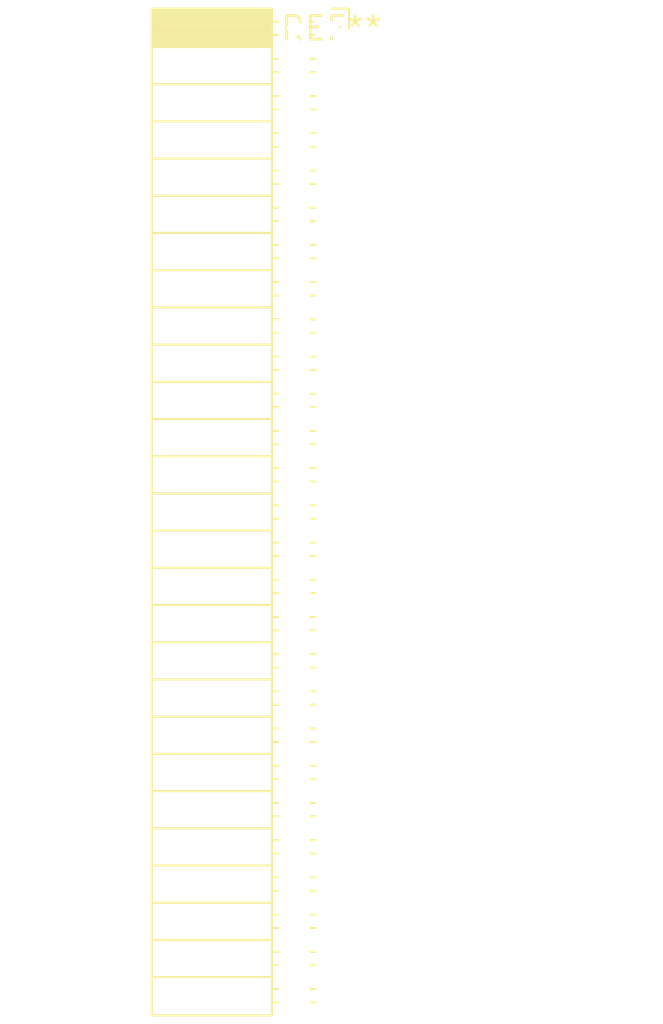
<source format=kicad_pcb>
(kicad_pcb (version 20240108) (generator pcbnew)
  (layers (0 "F.Cu" signal) (31 "B.Cu" signal) (34 "B.Paste" user) (35 "F.Paste" user) (36 "B.SilkS" user "B.Silkscreen") (37 "F.SilkS" user "F.Silkscreen") (38 "B.Mask" user) (39 "F.Mask" user) (44 "Edge.Cuts" user))
  (net 0 "")
  (footprint "PinSocket_2x27_P2.00mm_Horizontal" (layer "F.Cu") (at 0 0)
    (property "Reference" "REF**")
    (property "Value" "PinSocket_2x27_P2.00mm_Horizontal")
    (fp_line (start -9.68 -1.06) (end -9.68 53.06) (layer "F.SilkS") (stroke (width 0.12)))
    (fp_line (start -9.68 -1.06) (end -3.21 -1.06) (layer "F.SilkS") (stroke (width 0.12)))
    (fp_line (start -9.68 -0.94) (end -3.21 -0.94) (layer "F.SilkS") (stroke (width 0.12)))
    (fp_line (start -9.68 -0.825882) (end -3.21 -0.825882) (layer "F.SilkS") (stroke (width 0.12)))
    (fp_line (start -9.68 -0.711764) (end -3.21 -0.711764) (layer "F.SilkS") (stroke (width 0.12)))
    (fp_line (start -9.68 -0.597646) (end -3.21 -0.597646) (layer "F.SilkS") (stroke (width 0.12)))
    (fp_line (start -9.68 -0.483528) (end -3.21 -0.483528) (layer "F.SilkS") (stroke (width 0.12)))
    (fp_line (start -9.68 -0.36941) (end -3.21 -0.36941) (layer "F.SilkS") (stroke (width 0.12)))
    (fp_line (start -9.68 -0.255292) (end -3.21 -0.255292) (layer "F.SilkS") (stroke (width 0.12)))
    (fp_line (start -9.68 -0.141174) (end -3.21 -0.141174) (layer "F.SilkS") (stroke (width 0.12)))
    (fp_line (start -9.68 -0.027056) (end -3.21 -0.027056) (layer "F.SilkS") (stroke (width 0.12)))
    (fp_line (start -9.68 0.087062) (end -3.21 0.087062) (layer "F.SilkS") (stroke (width 0.12)))
    (fp_line (start -9.68 0.20118) (end -3.21 0.20118) (layer "F.SilkS") (stroke (width 0.12)))
    (fp_line (start -9.68 0.315298) (end -3.21 0.315298) (layer "F.SilkS") (stroke (width 0.12)))
    (fp_line (start -9.68 0.429416) (end -3.21 0.429416) (layer "F.SilkS") (stroke (width 0.12)))
    (fp_line (start -9.68 0.543534) (end -3.21 0.543534) (layer "F.SilkS") (stroke (width 0.12)))
    (fp_line (start -9.68 0.657652) (end -3.21 0.657652) (layer "F.SilkS") (stroke (width 0.12)))
    (fp_line (start -9.68 0.77177) (end -3.21 0.77177) (layer "F.SilkS") (stroke (width 0.12)))
    (fp_line (start -9.68 0.885888) (end -3.21 0.885888) (layer "F.SilkS") (stroke (width 0.12)))
    (fp_line (start -9.68 1) (end -3.21 1) (layer "F.SilkS") (stroke (width 0.12)))
    (fp_line (start -9.68 3) (end -3.21 3) (layer "F.SilkS") (stroke (width 0.12)))
    (fp_line (start -9.68 5) (end -3.21 5) (layer "F.SilkS") (stroke (width 0.12)))
    (fp_line (start -9.68 7) (end -3.21 7) (layer "F.SilkS") (stroke (width 0.12)))
    (fp_line (start -9.68 9) (end -3.21 9) (layer "F.SilkS") (stroke (width 0.12)))
    (fp_line (start -9.68 11) (end -3.21 11) (layer "F.SilkS") (stroke (width 0.12)))
    (fp_line (start -9.68 13) (end -3.21 13) (layer "F.SilkS") (stroke (width 0.12)))
    (fp_line (start -9.68 15) (end -3.21 15) (layer "F.SilkS") (stroke (width 0.12)))
    (fp_line (start -9.68 17) (end -3.21 17) (layer "F.SilkS") (stroke (width 0.12)))
    (fp_line (start -9.68 19) (end -3.21 19) (layer "F.SilkS") (stroke (width 0.12)))
    (fp_line (start -9.68 21) (end -3.21 21) (layer "F.SilkS") (stroke (width 0.12)))
    (fp_line (start -9.68 23) (end -3.21 23) (layer "F.SilkS") (stroke (width 0.12)))
    (fp_line (start -9.68 25) (end -3.21 25) (layer "F.SilkS") (stroke (width 0.12)))
    (fp_line (start -9.68 27) (end -3.21 27) (layer "F.SilkS") (stroke (width 0.12)))
    (fp_line (start -9.68 29) (end -3.21 29) (layer "F.SilkS") (stroke (width 0.12)))
    (fp_line (start -9.68 31) (end -3.21 31) (layer "F.SilkS") (stroke (width 0.12)))
    (fp_line (start -9.68 33) (end -3.21 33) (layer "F.SilkS") (stroke (width 0.12)))
    (fp_line (start -9.68 35) (end -3.21 35) (layer "F.SilkS") (stroke (width 0.12)))
    (fp_line (start -9.68 37) (end -3.21 37) (layer "F.SilkS") (stroke (width 0.12)))
    (fp_line (start -9.68 39) (end -3.21 39) (layer "F.SilkS") (stroke (width 0.12)))
    (fp_line (start -9.68 41) (end -3.21 41) (layer "F.SilkS") (stroke (width 0.12)))
    (fp_line (start -9.68 43) (end -3.21 43) (layer "F.SilkS") (stroke (width 0.12)))
    (fp_line (start -9.68 45) (end -3.21 45) (layer "F.SilkS") (stroke (width 0.12)))
    (fp_line (start -9.68 47) (end -3.21 47) (layer "F.SilkS") (stroke (width 0.12)))
    (fp_line (start -9.68 49) (end -3.21 49) (layer "F.SilkS") (stroke (width 0.12)))
    (fp_line (start -9.68 51) (end -3.21 51) (layer "F.SilkS") (stroke (width 0.12)))
    (fp_line (start -9.68 53.06) (end -3.21 53.06) (layer "F.SilkS") (stroke (width 0.12)))
    (fp_line (start -3.21 -1.06) (end -3.21 53.06) (layer "F.SilkS") (stroke (width 0.12)))
    (fp_line (start -3.21 -0.36) (end -2.862917 -0.36) (layer "F.SilkS") (stroke (width 0.12)))
    (fp_line (start -3.21 0.36) (end -2.862917 0.36) (layer "F.SilkS") (stroke (width 0.12)))
    (fp_line (start -3.21 1.64) (end -2.862917 1.64) (layer "F.SilkS") (stroke (width 0.12)))
    (fp_line (start -3.21 2.36) (end -2.862917 2.36) (layer "F.SilkS") (stroke (width 0.12)))
    (fp_line (start -3.21 3.64) (end -2.862917 3.64) (layer "F.SilkS") (stroke (width 0.12)))
    (fp_line (start -3.21 4.36) (end -2.862917 4.36) (layer "F.SilkS") (stroke (width 0.12)))
    (fp_line (start -3.21 5.64) (end -2.862917 5.64) (layer "F.SilkS") (stroke (width 0.12)))
    (fp_line (start -3.21 6.36) (end -2.862917 6.36) (layer "F.SilkS") (stroke (width 0.12)))
    (fp_line (start -3.21 7.64) (end -2.862917 7.64) (layer "F.SilkS") (stroke (width 0.12)))
    (fp_line (start -3.21 8.36) (end -2.862917 8.36) (layer "F.SilkS") (stroke (width 0.12)))
    (fp_line (start -3.21 9.64) (end -2.862917 9.64) (layer "F.SilkS") (stroke (width 0.12)))
    (fp_line (start -3.21 10.36) (end -2.862917 10.36) (layer "F.SilkS") (stroke (width 0.12)))
    (fp_line (start -3.21 11.64) (end -2.862917 11.64) (layer "F.SilkS") (stroke (width 0.12)))
    (fp_line (start -3.21 12.36) (end -2.862917 12.36) (layer "F.SilkS") (stroke (width 0.12)))
    (fp_line (start -3.21 13.64) (end -2.862917 13.64) (layer "F.SilkS") (stroke (width 0.12)))
    (fp_line (start -3.21 14.36) (end -2.862917 14.36) (layer "F.SilkS") (stroke (width 0.12)))
    (fp_line (start -3.21 15.64) (end -2.862917 15.64) (layer "F.SilkS") (stroke (width 0.12)))
    (fp_line (start -3.21 16.36) (end -2.862917 16.36) (layer "F.SilkS") (stroke (width 0.12)))
    (fp_line (start -3.21 17.64) (end -2.862917 17.64) (layer "F.SilkS") (stroke (width 0.12)))
    (fp_line (start -3.21 18.36) (end -2.862917 18.36) (layer "F.SilkS") (stroke (width 0.12)))
    (fp_line (start -3.21 19.64) (end -2.862917 19.64) (layer "F.SilkS") (stroke (width 0.12)))
    (fp_line (start -3.21 20.36) (end -2.862917 20.36) (layer "F.SilkS") (stroke (width 0.12)))
    (fp_line (start -3.21 21.64) (end -2.862917 21.64) (layer "F.SilkS") (stroke (width 0.12)))
    (fp_line (start -3.21 22.36) (end -2.862917 22.36) (layer "F.SilkS") (stroke (width 0.12)))
    (fp_line (start -3.21 23.64) (end -2.862917 23.64) (layer "F.SilkS") (stroke (width 0.12)))
    (fp_line (start -3.21 24.36) (end -2.862917 24.36) (layer "F.SilkS") (stroke (width 0.12)))
    (fp_line (start -3.21 25.64) (end -2.862917 25.64) (layer "F.SilkS") (stroke (width 0.12)))
    (fp_line (start -3.21 26.36) (end -2.862917 26.36) (layer "F.SilkS") (stroke (width 0.12)))
    (fp_line (start -3.21 27.64) (end -2.862917 27.64) (layer "F.SilkS") (stroke (width 0.12)))
    (fp_line (start -3.21 28.36) (end -2.862917 28.36) (layer "F.SilkS") (stroke (width 0.12)))
    (fp_line (start -3.21 29.64) (end -2.862917 29.64) (layer "F.SilkS") (stroke (width 0.12)))
    (fp_line (start -3.21 30.36) (end -2.862917 30.36) (layer "F.SilkS") (stroke (width 0.12)))
    (fp_line (start -3.21 31.64) (end -2.862917 31.64) (layer "F.SilkS") (stroke (width 0.12)))
    (fp_line (start -3.21 32.36) (end -2.862917 32.36) (layer "F.SilkS") (stroke (width 0.12)))
    (fp_line (start -3.21 33.64) (end -2.862917 33.64) (layer "F.SilkS") (stroke (width 0.12)))
    (fp_line (start -3.21 34.36) (end -2.862917 34.36) (layer "F.SilkS") (stroke (width 0.12)))
    (fp_line (start -3.21 35.64) (end -2.862917 35.64) (layer "F.SilkS") (stroke (width 0.12)))
    (fp_line (start -3.21 36.36) (end -2.862917 36.36) (layer "F.SilkS") (stroke (width 0.12)))
    (fp_line (start -3.21 37.64) (end -2.862917 37.64) (layer "F.SilkS") (stroke (width 0.12)))
    (fp_line (start -3.21 38.36) (end -2.862917 38.36) (layer "F.SilkS") (stroke (width 0.12)))
    (fp_line (start -3.21 39.64) (end -2.862917 39.64) (layer "F.SilkS") (stroke (width 0.12)))
    (fp_line (start -3.21 40.36) (end -2.862917 40.36) (layer "F.SilkS") (stroke (width 0.12)))
    (fp_line (start -3.21 41.64) (end -2.862917 41.64) (layer "F.SilkS") (stroke (width 0.12)))
    (fp_line (start -3.21 42.36) (end -2.862917 42.36) (layer "F.SilkS") (stroke (width 0.12)))
    (fp_line (start -3.21 43.64) (end -2.862917 43.64) (layer "F.SilkS") (stroke (width 0.12)))
    (fp_line (start -3.21 44.36) (end -2.862917 44.36) (layer "F.SilkS") (stroke (width 0.12)))
    (fp_line (start -3.21 45.64) (end -2.862917 45.64) (layer "F.SilkS") (stroke (width 0.12)))
    (fp_line (start -3.21 46.36) (end -2.862917 46.36) (layer "F.SilkS") (stroke (width 0.12)))
    (fp_line (start -3.21 47.64) (end -2.862917 47.64) (layer "F.SilkS") (stroke (width 0.12)))
    (fp_line (start -3.21 48.36) (end -2.862917 48.36) (layer "F.SilkS") (stroke (width 0.12)))
    (fp_line (start -3.21 49.64) (end -2.862917 49.64) (layer "F.SilkS") (stroke (width 0.12)))
    (fp_line (start -3.21 50.36) (end -2.862917 50.36) (layer "F.SilkS") (stroke (width 0.12)))
    (fp_line (start -3.21 51.64) (end -2.862917 51.64) (layer "F.SilkS") (stroke (width 0.12)))
    (fp_line (start -3.21 52.36) (end -2.862917 52.36) (layer "F.SilkS") (stroke (width 0.12)))
    (fp_line (start -1.137083 -0.36) (end -0.935 -0.36) (layer "F.SilkS") (stroke (width 0.12)))
    (fp_line (start -1.137083 0.36) (end -0.935 0.36) (layer "F.SilkS") (stroke (width 0.12)))
    (fp_line (start -1.137083 1.64) (end -0.862917 1.64) (layer "F.SilkS") (stroke (width 0.12)))
    (fp_line (start -1.137083 2.36) (end -0.862917 2.36) (layer "F.SilkS") (stroke (width 0.12)))
    (fp_line (start -1.137083 3.64) (end -0.862917 3.64) (layer "F.SilkS") (stroke (width 0.12)))
    (fp_line (start -1.137083 4.36) (end -0.862917 4.36) (layer "F.SilkS") (stroke (width 0.12)))
    (fp_line (start -1.137083 5.64) (end -0.862917 5.64) (layer "F.SilkS") (stroke (width 0.12)))
    (fp_line (start -1.137083 6.36) (end -0.862917 6.36) (layer "F.SilkS") (stroke (width 0.12)))
    (fp_line (start -1.137083 7.64) (end -0.862917 7.64) (layer "F.SilkS") (stroke (width 0.12)))
    (fp_line (start -1.137083 8.36) (end -0.862917 8.36) (layer "F.SilkS") (stroke (width 0.12)))
    (fp_line (start -1.137083 9.64) (end -0.862917 9.64) (layer "F.SilkS") (stroke (width 0.12)))
    (fp_line (start -1.137083 10.36) (end -0.862917 10.36) (layer "F.SilkS") (stroke (width 0.12)))
    (fp_line (start -1.137083 11.64) (end -0.862917 11.64) (layer "F.SilkS") (stroke (width 0.12)))
    (fp_line (start -1.137083 12.36) (end -0.862917 12.36) (layer "F.SilkS") (stroke (width 0.12)))
    (fp_line (start -1.137083 13.64) (end -0.862917 13.64) (layer "F.SilkS") (stroke (width 0.12)))
    (fp_line (start -1.137083 14.36) (end -0.862917 14.36) (layer "F.SilkS") (stroke (width 0.12)))
    (fp_line (start -1.137083 15.64) (end -0.862917 15.64) (layer "F.SilkS") (stroke (width 0.12)))
    (fp_line (start -1.137083 16.36) (end -0.862917 16.36) (layer "F.SilkS") (stroke (width 0.12)))
    (fp_line (start -1.137083 17.64) (end -0.862917 17.64) (layer "F.SilkS") (stroke (width 0.12)))
    (fp_line (start -1.137083 18.36) (end -0.862917 18.36) (layer "F.SilkS") (stroke (width 0.12)))
    (fp_line (start -1.137083 19.64) (end -0.862917 19.64) (layer "F.SilkS") (stroke (width 0.12)))
    (fp_line (start -1.137083 20.36) (end -0.862917 20.36) (layer "F.SilkS") (stroke (width 0.12)))
    (fp_line (start -1.137083 21.64) (end -0.862917 21.64) (layer "F.SilkS") (stroke (width 0.12)))
    (fp_line (start -1.137083 22.36) (end -0.862917 22.36) (layer "F.SilkS") (stroke (width 0.12)))
    (fp_line (start -1.137083 23.64) (end -0.862917 23.64) (layer "F.SilkS") (stroke (width 0.12)))
    (fp_line (start -1.137083 24.36) (end -0.862917 24.36) (layer "F.SilkS") (stroke (width 0.12)))
    (fp_line (start -1.137083 25.64) (end -0.862917 25.64) (layer "F.SilkS") (stroke (width 0.12)))
    (fp_line (start -1.137083 26.36) (end -0.862917 26.36) (layer "F.SilkS") (stroke (width 0.12)))
    (fp_line (start -1.137083 27.64) (end -0.862917 27.64) (layer "F.SilkS") (stroke (width 0.12)))
    (fp_line (start -1.137083 28.36) (end -0.862917 28.36) (layer "F.SilkS") (stroke (width 0.12)))
    (fp_line (start -1.137083 29.64) (end -0.862917 29.64) (layer "F.SilkS") (stroke (width 0.12)))
    (fp_line (start -1.137083 30.36) (end -0.862917 30.36) (layer "F.SilkS") (stroke (width 0.12)))
    (fp_line (start -1.137083 31.64) (end -0.862917 31.64) (layer "F.SilkS") (stroke (width 0.12)))
    (fp_line (start -1.137083 32.36) (end -0.862917 32.36) (layer "F.SilkS") (stroke (width 0.12)))
    (fp_line (start -1.137083 33.64) (end -0.862917 33.64) (layer "F.SilkS") (stroke (width 0.12)))
    (fp_line (start -1.137083 34.36) (end -0.862917 34.36) (layer "F.SilkS") (stroke (width 0.12)))
    (fp_line (start -1.137083 35.64) (end -0.862917 35.64) (layer "F.SilkS") (stroke (width 0.12)))
    (fp_line (start -1.137083 36.36) (end -0.862917 36.36) (layer "F.SilkS") (stroke (width 0.12)))
    (fp_line (start -1.137083 37.64) (end -0.862917 37.64) (layer "F.SilkS") (stroke (width 0.12)))
    (fp_line (start -1.137083 38.36) (end -0.862917 38.36) (layer "F.SilkS") (stroke (width 0.12)))
    (fp_line (start -1.137083 39.64) (end -0.862917 39.64) (layer "F.SilkS") (stroke (width 0.12)))
    (fp_line (start -1.137083 40.36) (end -0.862917 40.36) (layer "F.SilkS") (stroke (width 0.12)))
    (fp_line (start -1.137083 41.64) (end -0.862917 41.64) (layer "F.SilkS") (stroke (width 0.12)))
    (fp_line (start -1.137083 42.36) (end -0.862917 42.36) (layer "F.SilkS") (stroke (width 0.12)))
    (fp_line (start -1.137083 43.64) (end -0.862917 43.64) (layer "F.SilkS") (stroke (width 0.12)))
    (fp_line (start -1.137083 44.36) (end -0.862917 44.36) (layer "F.SilkS") (stroke (width 0.12)))
    (fp_line (start -1.137083 45.64) (end -0.862917 45.64) (layer "F.SilkS") (stroke (width 0.12)))
    (fp_line (start -1.137083 46.36) (end -0.862917 46.36) (layer "F.SilkS") (stroke (width 0.12)))
    (fp_line (start -1.137083 47.64) (end -0.862917 47.64) (layer "F.SilkS") (stroke (width 0.12)))
    (fp_line (start -1.137083 48.36) (end -0.862917 48.36) (layer "F.SilkS") (stroke (width 0.12)))
    (fp_line (start -1.137083 49.64) (end -0.862917 49.64) (layer "F.SilkS") (stroke (width 0.12)))
    (fp_line (start -1.137083 50.36) (end -0.862917 50.36) (layer "F.SilkS") (stroke (width 0.12)))
    (fp_line (start -1.137083 51.64) (end -0.862917 51.64) (layer "F.SilkS") (stroke (width 0.12)))
    (fp_line (start -1.137083 52.36) (end -0.862917 52.36) (layer "F.SilkS") (stroke (width 0.12)))
    (fp_line (start 0 -1.06) (end 0.935 -1.06) (layer "F.SilkS") (stroke (width 0.12)))
    (fp_line (start 0.935 -1.06) (end 0.935 0) (layer "F.SilkS") (stroke (width 0.12)))
    (pad "1" thru_hole rect (at 0 0) (size 1.35 1.35) (drill 0.8) (layers *.Cu *.Mask) (remove_unused_layers))
    (pad "2" thru_hole oval (at -2 0) (size 1.35 1.35) (drill 0.8) (layers *.Cu *.Mask) (remove_unused_layers))
    (pad "3" thru_hole oval (at 0 2) (size 1.35 1.35) (drill 0.8) (layers *.Cu *.Mask) (remove_unused_layers))
    (pad "4" thru_hole oval (at -2 2) (size 1.35 1.35) (drill 0.8) (layers *.Cu *.Mask) (remove_unused_layers))
    (pad "5" thru_hole oval (at 0 4) (size 1.35 1.35) (drill 0.8) (layers *.Cu *.Mask) (remove_unused_layers))
    (pad "6" thru_hole oval (at -2 4) (size 1.35 1.35) (drill 0.8) (layers *.Cu *.Mask) (remove_unused_layers))
    (pad "7" thru_hole oval (at 0 6) (size 1.35 1.35) (drill 0.8) (layers *.Cu *.Mask) (remove_unused_layers))
    (pad "8" thru_hole oval (at -2 6) (size 1.35 1.35) (drill 0.8) (layers *.Cu *.Mask) (remove_unused_layers))
    (pad "9" thru_hole oval (at 0 8) (size 1.35 1.35) (drill 0.8) (layers *.Cu *.Mask) (remove_unused_layers))
    (pad "10" thru_hole oval (at -2 8) (size 1.35 1.35) (drill 0.8) (layers *.Cu *.Mask) (remove_unused_layers))
    (pad "11" thru_hole oval (at 0 10) (size 1.35 1.35) (drill 0.8) (layers *.Cu *.Mask) (remove_unused_layers))
    (pad "12" thru_hole oval (at -2 10) (size 1.35 1.35) (drill 0.8) (layers *.Cu *.Mask) (remove_unused_layers))
    (pad "13" thru_hole oval (at 0 12) (size 1.35 1.35) (drill 0.8) (layers *.Cu *.Mask) (remove_unused_layers))
    (pad "14" thru_hole oval (at -2 12) (size 1.35 1.35) (drill 0.8) (layers *.Cu *.Mask) (remove_unused_layers))
    (pad "15" thru_hole oval (at 0 14) (size 1.35 1.35) (drill 0.8) (layers *.Cu *.Mask) (remove_unused_layers))
    (pad "16" thru_hole oval (at -2 14) (size 1.35 1.35) (drill 0.8) (layers *.Cu *.Mask) (remove_unused_layers))
    (pad "17" thru_hole oval (at 0 16) (size 1.35 1.35) (drill 0.8) (layers *.Cu *.Mask) (remove_unused_layers))
    (pad "18" thru_hole oval (at -2 16) (size 1.35 1.35) (drill 0.8) (layers *.Cu *.Mask) (remove_unused_layers))
    (pad "19" thru_hole oval (at 0 18) (size 1.35 1.35) (drill 0.8) (layers *.Cu *.Mask) (remove_unused_layers))
    (pad "20" thru_hole oval (at -2 18) (size 1.35 1.35) (drill 0.8) (layers *.Cu *.Mask) (remove_unused_layers))
    (pad "21" thru_hole oval (at 0 20) (size 1.35 1.35) (drill 0.8) (layers *.Cu *.Mask) (remove_unused_layers))
    (pad "22" thru_hole oval (at -2 20) (size 1.35 1.35) (drill 0.8) (layers *.Cu *.Mask) (remove_unused_layers))
    (pad "23" thru_hole oval (at 0 22) (size 1.35 1.35) (drill 0.8) (layers *.Cu *.Mask) (remove_unused_layers))
    (pad "24" thru_hole oval (at -2 22) (size 1.35 1.35) (drill 0.8) (layers *.Cu *.Mask) (remove_unused_layers))
    (pad "25" thru_hole oval (at 0 24) (size 1.35 1.35) (drill 0.8) (layers *.Cu *.Mask) (remove_unused_layers))
    (pad "26" thru_hole oval (at -2 24) (size 1.35 1.35) (drill 0.8) (layers *.Cu *.Mask) (remove_unused_layers))
    (pad "27" thru_hole oval (at 0 26) (size 1.35 1.35) (drill 0.8) (layers *.Cu *.Mask) (remove_unused_layers))
    (pad "28" thru_hole oval (at -2 26) (size 1.35 1.35) (drill 0.8) (layers *.Cu *.Mask) (remove_unused_layers))
    (pad "29" thru_hole oval (at 0 28) (size 1.35 1.35) (drill 0.8) (layers *.Cu *.Mask) (remove_unused_layers))
    (pad "30" thru_hole oval (at -2 28) (size 1.35 1.35) (drill 0.8) (layers *.Cu *.Mask) (remove_unused_layers))
    (pad "31" thru_hole oval (at 0 30) (size 1.35 1.35) (drill 0.8) (layers *.Cu *.Mask) (remove_unused_layers))
    (pad "32" thru_hole oval (at -2 30) (size 1.35 1.35) (drill 0.8) (layers *.Cu *.Mask) (remove_unused_layers))
    (pad "33" thru_hole oval (at 0 32) (size 1.35 1.35) (drill 0.8) (layers *.Cu *.Mask) (remove_unused_layers))
    (pad "34" thru_hole oval (at -2 32) (size 1.35 1.35) (drill 0.8) (layers *.Cu *.Mask) (remove_unused_layers))
    (pad "35" thru_hole oval (at 0 34) (size 1.35 1.35) (drill 0.8) (layers *.Cu *.Mask) (remove_unused_layers))
    (pad "36" thru_hole oval (at -2 34) (size 1.35 1.35) (drill 0.8) (layers *.Cu *.Mask) (remove_unused_layers))
    (pad "37" thru_hole oval (at 0 36) (size 1.35 1.35) (drill 0.8) (layers *.Cu *.Mask) (remove_unused_layers))
    (pad "38" thru_hole oval (at -2 36) (size 1.35 1.35) (drill 0.8) (layers *.Cu *.Mask) (remove_unused_layers))
    (pad "39" thru_hole oval (at 0 38) (size 1.35 1.35) (drill 0.8) (layers *.Cu *.Mask) (remove_unused_layers))
    (pad "40" thru_hole oval (at -2 38) (size 1.35 1.35) (drill 0.8) (layers *.Cu *.Mask) (remove_unused_layers))
    (pad "41" thru_hole oval (at 0 40) (size 1.35 1.35) (drill 0.8) (layers *.Cu *.Mask) (remove_unused_layers))
    (pad "42" thru_hole oval (at -2 40) (size 1.35 1.35) (drill 0.8) (layers *.Cu *.Mask) (remove_unused_layers))
    (pad "43" thru_hole oval (at 0 42) (size 1.35 1.35) (drill 0.8) (layers *.Cu *.Mask) (remove_unused_layers))
    (pad "44" thru_hole oval (at -2 42) (size 1.35 1.35) (drill 0.8) (layers *.Cu *.Mask) (remove_unused_layers))
    (pad "45" thru_hole oval (at 0 44) (size 1.35 1.35) (drill 0.8) (layers *.Cu *.Mask) (remove_unused_layers))
    (pad "46" thru_hole oval (at -2 44) (size 1.35 1.35) (drill 0.8) (layers *.Cu *.Mask) (remove_unused_layers))
    (pad "47" thru_hole oval (at 0 46) (size 1.35 1.35) (drill 0.8) (layers *.Cu *.Mask) (remove_unused_layers))
    (pad "48" thru_hole oval (at -2 46) (size 1.35 1.35) (drill 0.8) (layers *.Cu *.Mask) (remove_unused_layers))
    (pad "49" thru_hole oval (at 0 48) (size 1.35 1.35) (drill 0.8) (layers *.Cu *.Mask) (remove_unused_layers))
    (pad "50" thru_hole oval (at -2 48) (size 1.35 1.35) (drill 0.8) (layers *.Cu *.Mask) (remove_unused_layers))
    (pad "51" thru_hole oval (at 0 50) (size 1.35 1.35) (drill 0.8) (layers *.Cu *.Mask) (remove_unused_layers))
    (pad "52" thru_hole oval (at -2 50) (size 1.35 1.35) (drill 0.8) (layers *.Cu *.Mask) (remove_unused_layers))
    (pad "53" thru_hole oval (at 0 52) (size 1.35 1.35) (drill 0.8) (layers *.Cu *.Mask) (remove_unused_layers))
    (pad "54" thru_hole oval (at -2 52) (size 1.35 1.35) (drill 0.8) (layers *.Cu *.Mask) (remove_unused_layers))
  )
)
</source>
